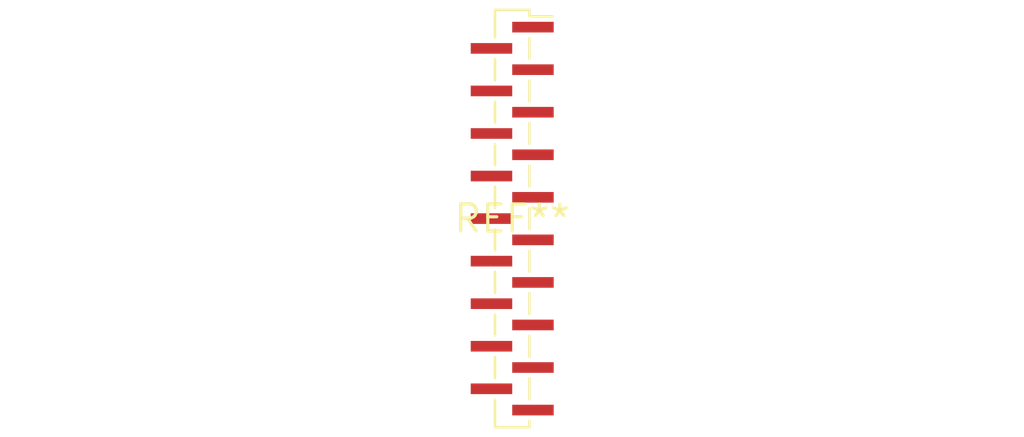
<source format=kicad_pcb>
(kicad_pcb (version 20240108) (generator pcbnew)
  (layers (0 "F.Cu" signal) (31 "B.Cu" signal) (34 "B.Paste" user) (35 "F.Paste" user) (36 "B.SilkS" user "B.Silkscreen") (37 "F.SilkS" user "F.Silkscreen") (38 "B.Mask" user) (39 "F.Mask" user) (44 "Edge.Cuts" user))
  (net 0 "")
  (footprint "PinSocket_1x19_P1.00mm_Vertical_SMD_Pin1Right" (layer "F.Cu") (at 0 0)
    (property "Reference" "REF**")
    (property "Value" "PinSocket_1x19_P1.00mm_Vertical_SMD_Pin1Right")
    (fp_line (start -0.81 -9.81) (end -0.81 -8.51) (layer "F.SilkS") (stroke (width 0.12)))
    (fp_line (start -0.81 -9.81) (end 0.81 -9.81) (layer "F.SilkS") (stroke (width 0.12)))
    (fp_line (start -0.81 -7.49) (end -0.81 -6.51) (layer "F.SilkS") (stroke (width 0.12)))
    (fp_line (start -0.81 -5.49) (end -0.81 -4.51) (layer "F.SilkS") (stroke (width 0.12)))
    (fp_line (start -0.81 -3.49) (end -0.81 -2.51) (layer "F.SilkS") (stroke (width 0.12)))
    (fp_line (start -0.81 -1.49) (end -0.81 -0.51) (layer "F.SilkS") (stroke (width 0.12)))
    (fp_line (start -0.81 0.51) (end -0.81 1.49) (layer "F.SilkS") (stroke (width 0.12)))
    (fp_line (start -0.81 2.51) (end -0.81 3.49) (layer "F.SilkS") (stroke (width 0.12)))
    (fp_line (start -0.81 4.51) (end -0.81 5.49) (layer "F.SilkS") (stroke (width 0.12)))
    (fp_line (start -0.81 6.51) (end -0.81 7.49) (layer "F.SilkS") (stroke (width 0.12)))
    (fp_line (start -0.81 8.51) (end -0.81 9.81) (layer "F.SilkS") (stroke (width 0.12)))
    (fp_line (start -0.81 9.81) (end 0.81 9.81) (layer "F.SilkS") (stroke (width 0.12)))
    (fp_line (start 0.81 -9.81) (end 0.81 -9.51) (layer "F.SilkS") (stroke (width 0.12)))
    (fp_line (start 0.81 -9.51) (end 1.89 -9.51) (layer "F.SilkS") (stroke (width 0.12)))
    (fp_line (start 0.81 -8.49) (end 0.81 -7.51) (layer "F.SilkS") (stroke (width 0.12)))
    (fp_line (start 0.81 -6.49) (end 0.81 -5.51) (layer "F.SilkS") (stroke (width 0.12)))
    (fp_line (start 0.81 -4.49) (end 0.81 -3.51) (layer "F.SilkS") (stroke (width 0.12)))
    (fp_line (start 0.81 -2.49) (end 0.81 -1.51) (layer "F.SilkS") (stroke (width 0.12)))
    (fp_line (start 0.81 -0.49) (end 0.81 0.49) (layer "F.SilkS") (stroke (width 0.12)))
    (fp_line (start 0.81 1.51) (end 0.81 2.49) (layer "F.SilkS") (stroke (width 0.12)))
    (fp_line (start 0.81 3.51) (end 0.81 4.49) (layer "F.SilkS") (stroke (width 0.12)))
    (fp_line (start 0.81 5.51) (end 0.81 6.49) (layer "F.SilkS") (stroke (width 0.12)))
    (fp_line (start 0.81 7.51) (end 0.81 8.49) (layer "F.SilkS") (stroke (width 0.12)))
    (fp_line (start 0.81 9.51) (end 0.81 9.81) (layer "F.SilkS") (stroke (width 0.12)))
    (pad "1" smd rect (at 0.975 -9) (size 1.95 0.5) (layers "F.Cu" "F.Paste" "F.Mask"))
    (pad "2" smd rect (at -0.975 -8) (size 1.95 0.5) (layers "F.Cu" "F.Paste" "F.Mask"))
    (pad "3" smd rect (at 0.975 -7) (size 1.95 0.5) (layers "F.Cu" "F.Paste" "F.Mask"))
    (pad "4" smd rect (at -0.975 -6) (size 1.95 0.5) (layers "F.Cu" "F.Paste" "F.Mask"))
    (pad "5" smd rect (at 0.975 -5) (size 1.95 0.5) (layers "F.Cu" "F.Paste" "F.Mask"))
    (pad "6" smd rect (at -0.975 -4) (size 1.95 0.5) (layers "F.Cu" "F.Paste" "F.Mask"))
    (pad "7" smd rect (at 0.975 -3) (size 1.95 0.5) (layers "F.Cu" "F.Paste" "F.Mask"))
    (pad "8" smd rect (at -0.975 -2) (size 1.95 0.5) (layers "F.Cu" "F.Paste" "F.Mask"))
    (pad "9" smd rect (at 0.975 -1) (size 1.95 0.5) (layers "F.Cu" "F.Paste" "F.Mask"))
    (pad "10" smd rect (at -0.975 0) (size 1.95 0.5) (layers "F.Cu" "F.Paste" "F.Mask"))
    (pad "11" smd rect (at 0.975 1) (size 1.95 0.5) (layers "F.Cu" "F.Paste" "F.Mask"))
    (pad "12" smd rect (at -0.975 2) (size 1.95 0.5) (layers "F.Cu" "F.Paste" "F.Mask"))
    (pad "13" smd rect (at 0.975 3) (size 1.95 0.5) (layers "F.Cu" "F.Paste" "F.Mask"))
    (pad "14" smd rect (at -0.975 4) (size 1.95 0.5) (layers "F.Cu" "F.Paste" "F.Mask"))
    (pad "15" smd rect (at 0.975 5) (size 1.95 0.5) (layers "F.Cu" "F.Paste" "F.Mask"))
    (pad "16" smd rect (at -0.975 6) (size 1.95 0.5) (layers "F.Cu" "F.Paste" "F.Mask"))
    (pad "17" smd rect (at 0.975 7) (size 1.95 0.5) (layers "F.Cu" "F.Paste" "F.Mask"))
    (pad "18" smd rect (at -0.975 8) (size 1.95 0.5) (layers "F.Cu" "F.Paste" "F.Mask"))
    (pad "19" smd rect (at 0.975 9) (size 1.95 0.5) (layers "F.Cu" "F.Paste" "F.Mask"))
  )
)
</source>
